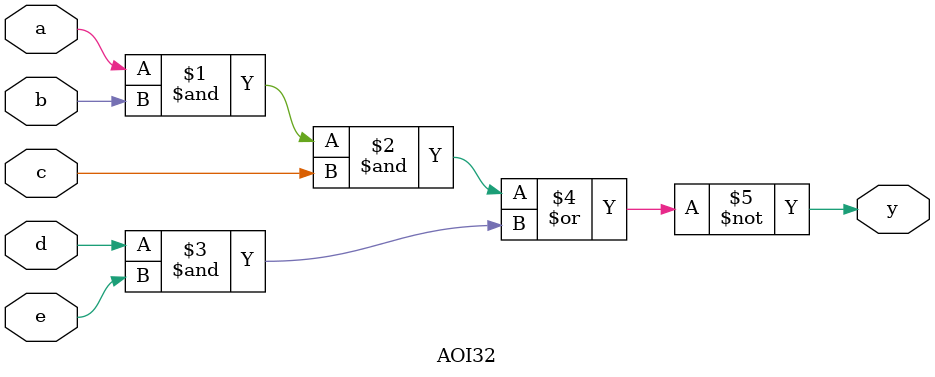
<source format=v>

module AOI32 (input a,b,c,d,e, output y);

 
  assign y = ~((a & b & c) | (d & e)) ;
  
endmodule 
//end of verilog code

</source>
